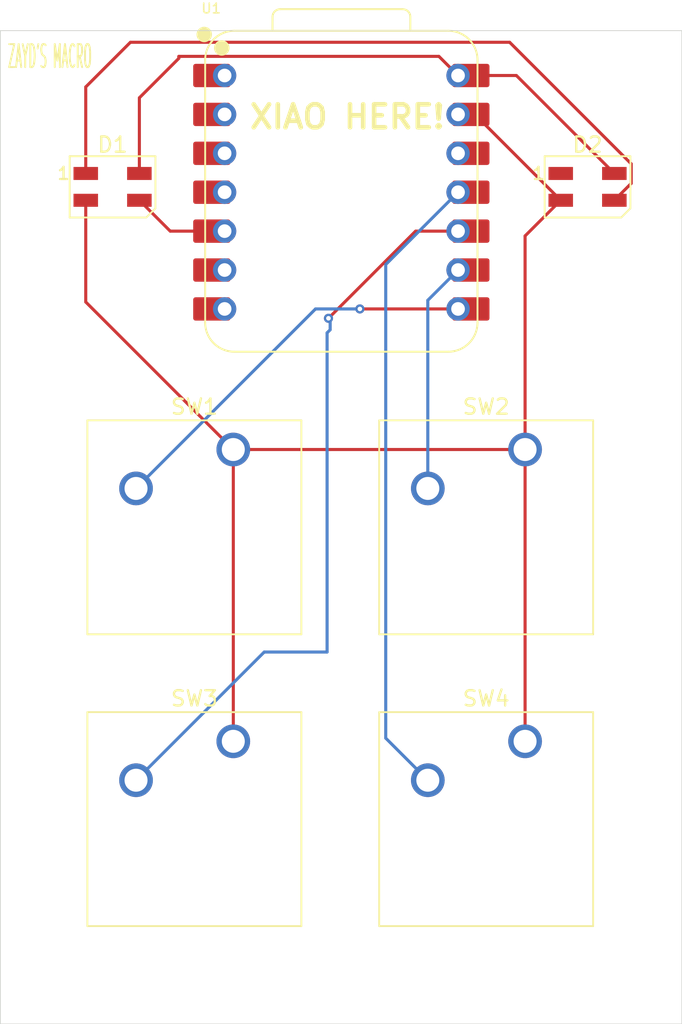
<source format=kicad_pcb>
(kicad_pcb (version 20241229) (generator "pcbnew") (generator_version "9.0")
  (title_block (title "Keyboard Macros") (date "2025-12-03"))
  (layers (0 "F.Cu" signal) (2 "B.Cu" signal) (13 "F.Paste" user) (15 "B.Paste" user) (5 "F.SilkS" user "F.Silkscreen") (7 "B.SilkS" user "B.Silkscreen") (1 "F.Mask" user) (3 "B.Mask" user) (25 "Edge.Cuts" user))
  (net 0 "")
  (net 1 "Net-(D1-DIN)")
  (net 2 "Net-(D1-DOUT)")
  (net 3 "+5V")
  (net 4 "GND")
  (net 6 "Net-(U1-GPIO1{slash}RX)")
  (net 7 "Net-(U1-GPIO2{slash}SCK)")
  (net 8 "Net-(U1-GPIO4{slash}MISO)")
  (net 9 "Net-(U1-GPIO3{slash}MOSI)")
  (footprint "LED_SMD:LED_SK6812MINI_PLCC4_3.5x3.5mm_P1.75mm" (layer "F.Cu") (at 139.914 89.6905)
    (property "Reference" "D1" (at 0 -2.75 0) (layer "F.SilkS"))
    (property "Value" "SK6812MINI")
    (fp_line (start -2.8 -2) (end -2.8 2) (stroke (width 0.12)) (layer "F.SilkS"))
    (fp_line (start -2.8 -2) (end 2.8 -2) (stroke (width 0.12)) (layer "F.SilkS"))
    (fp_line (start -2.8 2) (end 2.2 2) (stroke (width 0.12)) (layer "F.SilkS"))
    (fp_line (start 2.8 1.4) (end 2.2 2) (stroke (width 0.12)) (layer "F.SilkS"))
    (fp_line (start 2.8 1.4) (end 2.8 -2) (stroke (width 0.12)) (layer "F.SilkS"))
    (fp_text user "1" (at -3.2 -0.875 0) (layer "F.SilkS") (effects (font (size 0.8 0.8))))
    (pad "1" smd rect (at -1.75 -0.875) (size 1.6 0.85) (layers "F.Cu" "F.Mask" "F.Paste") (net 2 "Net-(D1-DOUT)"))
    (pad "2" smd rect (at -1.75 0.875) (size 1.6 0.85) (layers "F.Cu" "F.Mask" "F.Paste") (net 4 "GND"))
    (pad "3" smd rect (at 1.75 0.875) (size 1.6 0.85) (layers "F.Cu" "F.Mask" "F.Paste") (net 1 "Net-(D1-DIN)"))
    (pad "4" smd rect (at 1.75 -0.875) (size 1.6 0.85) (layers "F.Cu" "F.Mask" "F.Paste") (net 3 "+5V"))
  )
  (footprint "Button_Switch_Keyboard:SW_Cherry_MX_1.00u_PCB" (layer "F.Cu") (at 147.79625 106.83875)
    (property "Reference" "SW1" (at -2.54 -2.794 0) (layer "F.SilkS"))
    (property "Value" "SW_Push")
    (fp_line (start -9.525 -1.905) (end 4.445 -1.905) (stroke (width 0.12)) (layer "F.SilkS"))
    (fp_line (start -9.525 12.065) (end -9.525 -1.905) (stroke (width 0.12)) (layer "F.SilkS"))
    (fp_line (start 4.445 -1.905) (end 4.445 12.065) (stroke (width 0.12)) (layer "F.SilkS"))
    (fp_line (start 4.445 12.065) (end -9.525 12.065) (stroke (width 0.12)) (layer "F.SilkS"))
    (pad "" np_thru_hole circle (at -7.62 5.08) (size 1.7 1.7) (drill 1.7) (layers "*.Cu" "*.Mask"))
    (pad "" np_thru_hole circle (at -2.54 5.08) (size 4 4) (drill 4) (layers "*.Cu" "*.Mask"))
    (pad "" np_thru_hole circle (at 2.54 5.08) (size 1.7 1.7) (drill 1.7) (layers "*.Cu" "*.Mask"))
    (pad "1" thru_hole circle (at 0 0) (size 2.2 2.2) (drill 1.5) (layers "*.Cu" "*.Mask") (net 4 "GND"))
    (pad "2" thru_hole circle (at -6.35 2.54) (size 2.2 2.2) (drill 1.5) (layers "*.Cu" "*.Mask") (net 6 "Net-(U1-GPIO1{slash}RX)"))
  )
  (footprint "Button_Switch_Keyboard:SW_Cherry_MX_1.00u_PCB" (layer "F.Cu") (at 166.84625 125.88875)
    (property "Reference" "SW4" (at -2.54 -2.794 0) (layer "F.SilkS"))
    (property "Value" "SW_Push")
    (fp_line (start -9.525 -1.905) (end 4.445 -1.905) (stroke (width 0.12)) (layer "F.SilkS"))
    (fp_line (start -9.525 12.065) (end -9.525 -1.905) (stroke (width 0.12)) (layer "F.SilkS"))
    (fp_line (start 4.445 -1.905) (end 4.445 12.065) (stroke (width 0.12)) (layer "F.SilkS"))
    (fp_line (start 4.445 12.065) (end -9.525 12.065) (stroke (width 0.12)) (layer "F.SilkS"))
    (pad "" np_thru_hole circle (at -7.62 5.08) (size 1.7 1.7) (drill 1.7) (layers "*.Cu" "*.Mask"))
    (pad "" np_thru_hole circle (at -2.54 5.08) (size 4 4) (drill 4) (layers "*.Cu" "*.Mask"))
    (pad "" np_thru_hole circle (at 2.54 5.08) (size 1.7 1.7) (drill 1.7) (layers "*.Cu" "*.Mask"))
    (pad "1" thru_hole circle (at 0 0) (size 2.2 2.2) (drill 1.5) (layers "*.Cu" "*.Mask") (net 4 "GND"))
    (pad "2" thru_hole circle (at -6.35 2.54) (size 2.2 2.2) (drill 1.5) (layers "*.Cu" "*.Mask") (net 9 "Net-(U1-GPIO3{slash}MOSI)"))
  )
  (footprint "LED_SMD:LED_SK6812MINI_PLCC4_3.5x3.5mm_P1.75mm" (layer "F.Cu") (at 170.924 89.6905)
    (property "Reference" "D2" (at 0 -2.75 0) (layer "F.SilkS"))
    (property "Value" "SK6812MINI")
    (fp_line (start -2.8 -2) (end -2.8 2) (stroke (width 0.12)) (layer "F.SilkS"))
    (fp_line (start -2.8 -2) (end 2.8 -2) (stroke (width 0.12)) (layer "F.SilkS"))
    (fp_line (start -2.8 2) (end 2.2 2) (stroke (width 0.12)) (layer "F.SilkS"))
    (fp_line (start 2.8 1.4) (end 2.2 2) (stroke (width 0.12)) (layer "F.SilkS"))
    (fp_line (start 2.8 1.4) (end 2.8 -2) (stroke (width 0.12)) (layer "F.SilkS"))
    (fp_text user "1" (at -3.2 -0.875 0) (layer "F.SilkS") (effects (font (size 0.8 0.8))))
    (pad "1" smd rect (at -1.75 -0.875) (size 1.6 0.85) (layers "F.Cu" "F.Mask" "F.Paste"))
    (pad "2" smd rect (at -1.75 0.875) (size 1.6 0.85) (layers "F.Cu" "F.Mask" "F.Paste") (net 4 "GND"))
    (pad "3" smd rect (at 1.75 0.875) (size 1.6 0.85) (layers "F.Cu" "F.Mask" "F.Paste") (net 2 "Net-(D1-DOUT)"))
    (pad "4" smd rect (at 1.75 -0.875) (size 1.6 0.85) (layers "F.Cu" "F.Mask" "F.Paste") (net 3 "+5V"))
  )
  (footprint "OPL:XIAO-RP2040-DIP" (layer "F.Cu") (at 154.85 90.04)
    (property "Reference" "U1" (at -8.5 -12 0) (layer "F.SilkS") (effects (font (size 0.635 0.635) (thickness 0.1016))))
    (property "Value" "XIAO-RP2040-DIP")
    (fp_line (start -8.89 8.509) (end -8.89 -8.636) (stroke (width 0.127)) (layer "F.SilkS"))
    (fp_line (start -6.985 10.414) (end 6.985 10.414) (stroke (width 0.127)) (layer "F.SilkS"))
    (fp_line (start -4.495 -10.541) (end -4.491272 -11.451272) (stroke (width 0.127)) (layer "F.SilkS"))
    (fp_line (start -3.991272 -11.951) (end 4.004 -11.951) (stroke (width 0.127)) (layer "F.SilkS"))
    (fp_line (start 4.504 -11.451) (end 4.504 -10.541) (stroke (width 0.127)) (layer "F.SilkS"))
    (fp_line (start 6.985 -10.541) (end -6.985 -10.541) (stroke (width 0.1)) (layer "F.SilkS"))
    (fp_line (start 6.985 -10.541) (end -6.985 -10.541) (stroke (width 0.127)) (layer "F.SilkS"))
    (fp_line (start 8.89 8.509) (end 8.89 -8.636) (stroke (width 0.127)) (layer "F.SilkS"))
    (fp_arc (start -8.89 -8.636) (mid -8.332038 -9.983038) (end -6.985 -10.541) (stroke (width 0.127)) (layer "F.SilkS"))
    (fp_arc (start -6.985 10.414) (mid -8.332038 9.856038) (end -8.89 8.509) (stroke (width 0.127)) (layer "F.SilkS"))
    (fp_arc (start -4.491272 -11.451272) (mid -4.344728 -11.80464) (end -3.991272 -11.951) (stroke (width 0.127)) (layer "F.SilkS"))
    (fp_arc (start 4.004 -11.951) (mid 4.357553 -11.804553) (end 4.504 -11.451) (stroke (width 0.127)) (layer "F.SilkS"))
    (fp_arc (start 6.985 -10.541) (mid 8.332038 -9.983038) (end 8.89 -8.636) (stroke (width 0.127)) (layer "F.SilkS"))
    (fp_arc (start 8.89 8.509) (mid 8.332038 9.856038) (end 6.985 10.414) (stroke (width 0.127)) (layer "F.SilkS"))
    (fp_circle (center -8.95 -10.3) (end -8.95 -10.554) (stroke (width 0.5)) (fill yes) (layer "F.SilkS"))
    (fp_circle (center -7.807 -9.42) (end -7.807 -9.674) (stroke (width 0.5)) (fill yes) (layer "F.SilkS"))
    (pad "1" smd roundrect (at -8.455 -7.62 180) (size 2.432 1.524) (layers "F.Cu" "F.Mask") (roundrect_rratio 0.1))
    (pad "1" thru_hole circle (at -7.62 -7.62 180) (size 1.524 1.524) (drill 0.889) (layers "*.Cu" "*.Mask"))
    (pad "2" smd roundrect (at -8.455 -5.08 180) (size 2.432 1.524) (layers "F.Cu" "F.Mask") (roundrect_rratio 0.1))
    (pad "2" thru_hole circle (at -7.62 -5.08 180) (size 1.524 1.524) (drill 0.889) (layers "*.Cu" "*.Mask"))
    (pad "3" smd roundrect (at -8.455 -2.54 180) (size 2.432 1.524) (layers "F.Cu" "F.Mask") (roundrect_rratio 0.1))
    (pad "3" thru_hole circle (at -7.62 -2.54 180) (size 1.524 1.524) (drill 0.889) (layers "*.Cu" "*.Mask"))
    (pad "4" smd roundrect (at -8.455 0 180) (size 2.432 1.524) (layers "F.Cu" "F.Mask") (roundrect_rratio 0.1))
    (pad "4" thru_hole circle (at -7.62 0 180) (size 1.524 1.524) (drill 0.889) (layers "*.Cu" "*.Mask"))
    (pad "5" smd roundrect (at -8.455 2.54 180) (size 2.432 1.524) (layers "F.Cu" "F.Mask") (roundrect_rratio 0.1) (net 1 "Net-(D1-DIN)"))
    (pad "5" thru_hole circle (at -7.62 2.54 180) (size 1.524 1.524) (drill 0.889) (layers "*.Cu" "*.Mask") (net 1 "Net-(D1-DIN)"))
    (pad "6" smd roundrect (at -8.455 5.08 180) (size 2.432 1.524) (layers "F.Cu" "F.Mask") (roundrect_rratio 0.1))
    (pad "6" thru_hole circle (at -7.62 5.08 180) (size 1.524 1.524) (drill 0.889) (layers "*.Cu" "*.Mask"))
    (pad "7" smd roundrect (at -8.455 7.62 180) (size 2.432 1.524) (layers "F.Cu" "F.Mask") (roundrect_rratio 0.1))
    (pad "7" thru_hole circle (at -7.62 7.62 180) (size 1.524 1.524) (drill 0.889) (layers "*.Cu" "*.Mask"))
    (pad "8" thru_hole circle (at 7.62 7.62) (size 1.524 1.524) (drill 0.889) (layers "*.Cu" "*.Mask") (net 6 "Net-(U1-GPIO1{slash}RX)"))
    (pad "8" smd roundrect (at 8.455 7.62) (size 2.432 1.524) (layers "F.Cu" "F.Mask") (roundrect_rratio 0.1) (net 6 "Net-(U1-GPIO1{slash}RX)"))
    (pad "9" thru_hole circle (at 7.62 5.08) (size 1.524 1.524) (drill 0.889) (layers "*.Cu" "*.Mask") (net 7 "Net-(U1-GPIO2{slash}SCK)"))
    (pad "9" smd roundrect (at 8.455 5.08) (size 2.432 1.524) (layers "F.Cu" "F.Mask") (roundrect_rratio 0.1) (net 7 "Net-(U1-GPIO2{slash}SCK)"))
    (pad "10" thru_hole circle (at 7.62 2.54) (size 1.524 1.524) (drill 0.889) (layers "*.Cu" "*.Mask") (net 8 "Net-(U1-GPIO4{slash}MISO)"))
    (pad "10" smd roundrect (at 8.455 2.54) (size 2.432 1.524) (layers "F.Cu" "F.Mask") (roundrect_rratio 0.1) (net 8 "Net-(U1-GPIO4{slash}MISO)"))
    (pad "11" thru_hole circle (at 7.62 0) (size 1.524 1.524) (drill 0.889) (layers "*.Cu" "*.Mask") (net 9 "Net-(U1-GPIO3{slash}MOSI)"))
    (pad "11" smd roundrect (at 8.455 0) (size 2.432 1.524) (layers "F.Cu" "F.Mask") (roundrect_rratio 0.1) (net 9 "Net-(U1-GPIO3{slash}MOSI)"))
    (pad "12" thru_hole circle (at 7.62 -2.54) (size 1.524 1.524) (drill 0.889) (layers "*.Cu" "*.Mask"))
    (pad "12" smd roundrect (at 8.455 -2.54) (size 2.432 1.524) (layers "F.Cu" "F.Mask") (roundrect_rratio 0.1))
    (pad "13" thru_hole circle (at 7.62 -5.08) (size 1.524 1.524) (drill 0.889) (layers "*.Cu" "*.Mask") (net 4 "GND"))
    (pad "13" smd roundrect (at 8.455 -5.08) (size 2.432 1.524) (layers "F.Cu" "F.Mask") (roundrect_rratio 0.1) (net 4 "GND"))
    (pad "14" thru_hole circle (at 7.62 -7.62) (size 1.524 1.524) (drill 0.889) (layers "*.Cu" "*.Mask") (net 3 "+5V"))
    (pad "14" smd roundrect (at 8.455 -7.62) (size 2.432 1.524) (layers "F.Cu" "F.Mask") (roundrect_rratio 0.1) (net 3 "+5V"))
  )
  (footprint "Button_Switch_Keyboard:SW_Cherry_MX_1.00u_PCB" (layer "F.Cu") (at 147.79625 125.88875)
    (property "Reference" "SW3" (at -2.54 -2.794 0) (layer "F.SilkS"))
    (property "Value" "SW_Push")
    (fp_line (start -9.525 -1.905) (end 4.445 -1.905) (stroke (width 0.12)) (layer "F.SilkS"))
    (fp_line (start -9.525 12.065) (end -9.525 -1.905) (stroke (width 0.12)) (layer "F.SilkS"))
    (fp_line (start 4.445 -1.905) (end 4.445 12.065) (stroke (width 0.12)) (layer "F.SilkS"))
    (fp_line (start 4.445 12.065) (end -9.525 12.065) (stroke (width 0.12)) (layer "F.SilkS"))
    (pad "" np_thru_hole circle (at -7.62 5.08) (size 1.7 1.7) (drill 1.7) (layers "*.Cu" "*.Mask"))
    (pad "" np_thru_hole circle (at -2.54 5.08) (size 4 4) (drill 4) (layers "*.Cu" "*.Mask"))
    (pad "" np_thru_hole circle (at 2.54 5.08) (size 1.7 1.7) (drill 1.7) (layers "*.Cu" "*.Mask"))
    (pad "1" thru_hole circle (at 0 0) (size 2.2 2.2) (drill 1.5) (layers "*.Cu" "*.Mask") (net 4 "GND"))
    (pad "2" thru_hole circle (at -6.35 2.54) (size 2.2 2.2) (drill 1.5) (layers "*.Cu" "*.Mask") (net 8 "Net-(U1-GPIO4{slash}MISO)"))
  )
  (footprint "Button_Switch_Keyboard:SW_Cherry_MX_1.00u_PCB" (layer "F.Cu") (at 166.84625 106.83875)
    (property "Reference" "SW2" (at -2.54 -2.794 0) (layer "F.SilkS"))
    (property "Value" "SW_Push")
    (fp_line (start -9.525 -1.905) (end 4.445 -1.905) (stroke (width 0.12)) (layer "F.SilkS"))
    (fp_line (start -9.525 12.065) (end -9.525 -1.905) (stroke (width 0.12)) (layer "F.SilkS"))
    (fp_line (start 4.445 -1.905) (end 4.445 12.065) (stroke (width 0.12)) (layer "F.SilkS"))
    (fp_line (start 4.445 12.065) (end -9.525 12.065) (stroke (width 0.12)) (layer "F.SilkS"))
    (pad "" np_thru_hole circle (at -7.62 5.08) (size 1.7 1.7) (drill 1.7) (layers "*.Cu" "*.Mask"))
    (pad "" np_thru_hole circle (at -2.54 5.08) (size 4 4) (drill 4) (layers "*.Cu" "*.Mask"))
    (pad "" np_thru_hole circle (at 2.54 5.08) (size 1.7 1.7) (drill 1.7) (layers "*.Cu" "*.Mask"))
    (pad "1" thru_hole circle (at 0 0) (size 2.2 2.2) (drill 1.5) (layers "*.Cu" "*.Mask") (net 4 "GND"))
    (pad "2" thru_hole circle (at -6.35 2.54) (size 2.2 2.2) (drill 1.5) (layers "*.Cu" "*.Mask") (net 7 "Net-(U1-GPIO2{slash}SCK)"))
  )
  (gr_rect (start 132.59 79.49) (end 177.08 144.34) (stroke (width 0.05)) (fill no) (layer "Edge.Cuts"))
  (gr_text "XIAO HERE!" (at 148.72 86 0) (layer "F.SilkS") (effects (font (size 1.5 1.5) (thickness 0.3) (bold yes)) (justify left bottom)))
  (gr_text "ZAYD'S MACRO" (at 133.01 82.06 0) (layer "F.SilkS") (effects (font (size 1.5 0.5) (thickness 0.125) (bold yes)) (justify left bottom)))
  (segment (start 146.395 92.58) (end 143.6785 92.58) (width 0.2) (layer "F.Cu") (net 1))
  (segment (start 143.6785 92.58) (end 141.664 90.5655) (width 0.2) (layer "F.Cu") (net 1))
  (segment (start 172.674 90.5655) (end 173.775 89.4645) (width 0.2) (layer "F.Cu") (net 2))
  (segment (start 165.839 80.25) (end 141.08 80.25) (width 0.2) (layer "F.Cu") (net 2))
  (segment (start 141.08 80.25) (end 138.164 83.166) (width 0.2) (layer "F.Cu") (net 2))
  (segment (start 173.775 89.4645) (end 173.775 88.186) (width 0.2) (layer "F.Cu") (net 2))
  (segment (start 138.164 83.166) (end 138.164 88.8155) (width 0.2) (layer "F.Cu") (net 2))
  (segment (start 173.775 88.186) (end 165.839 80.25) (width 0.2) (layer "F.Cu") (net 2))
  (segment (start 161.22 81.17) (end 144.24 81.17) (width 0.2) (layer "F.Cu") (net 3))
  (segment (start 141.664 83.876) (end 141.664 88.8155) (width 0.2) (layer "F.Cu") (net 3))
  (segment (start 144.24 81.3) (end 141.664 83.876) (width 0.2) (layer "F.Cu") (net 3))
  (segment (start 166.2785 82.42) (end 163.305 82.42) (width 0.2) (layer "F.Cu") (net 3))
  (segment (start 144.24 81.17) (end 144.24 81.3) (width 0.2) (layer "F.Cu") (net 3))
  (segment (start 162.47 82.42) (end 161.22 81.17) (width 0.2) (layer "F.Cu") (net 3))
  (segment (start 172.674 88.8155) (end 166.2785 82.42) (width 0.2) (layer "F.Cu") (net 3))
  (segment (start 166.84625 106.83875) (end 166.84625 92.89325) (width 0.2) (layer "F.Cu") (net 4))
  (segment (start 166.84625 125.88875) (end 166.84625 106.83875) (width 0.2) (layer "F.Cu") (net 4))
  (segment (start 147.79625 106.83875) (end 147.79625 125.88875) (width 0.2) (layer "F.Cu") (net 4))
  (segment (start 138.164 97.2065) (end 147.79625 106.83875) (width 0.2) (layer "F.Cu") (net 4))
  (segment (start 138.164 90.5655) (end 138.164 97.2065) (width 0.2) (layer "F.Cu") (net 4))
  (segment (start 166.84625 92.89325) (end 169.174 90.5655) (width 0.2) (layer "F.Cu") (net 4))
  (segment (start 163.5685 84.96) (end 169.174 90.5655) (width 0.2) (layer "F.Cu") (net 4))
  (segment (start 162.47 84.96) (end 163.5685 84.96) (width 0.2) (layer "F.Cu") (net 4))
  (segment (start 147.79625 106.83875) (end 166.84625 106.83875) (width 0.2) (layer "F.Cu") (net 4))
  (segment (start 162.47 97.66) (end 156.06 97.66) (width 0.2) (layer "F.Cu") (net 6))
  (via (at 156.06 97.66) (size 0.6) (drill 0.3) (layers "F.Cu" "B.Cu") (net 6))
  (segment (start 153.165 97.66) (end 141.44625 109.37875) (width 0.2) (layer "B.Cu") (net 6))
  (segment (start 156.06 97.66) (end 153.165 97.66) (width 0.2) (layer "B.Cu") (net 6))
  (segment (start 160.49625 109.37875) (end 160.49625 97.09375) (width 0.2) (layer "B.Cu") (net 7))
  (segment (start 160.49625 97.09375) (end 162.47 95.12) (width 0.2) (layer "B.Cu") (net 7))
  (segment (start 154.01 98.27) (end 159.7 92.58) (width 0.2) (layer "F.Cu") (net 8))
  (segment (start 159.7 92.58) (end 162.47 92.58) (width 0.2) (layer "F.Cu") (net 8))
  (via (at 154.01 98.27) (size 0.6) (drill 0.3) (layers "F.Cu" "B.Cu") (net 8))
  (segment (start 153.92 120.06) (end 153.92 99.22) (width 0.2) (layer "B.Cu") (net 8))
  (segment (start 154.12 99.02) (end 154.12 98.38) (width 0.2) (layer "B.Cu") (net 8))
  (segment (start 141.44625 128.42875) (end 149.815 120.06) (width 0.2) (layer "B.Cu") (net 8))
  (segment (start 153.92 99.22) (end 154.12 99.02) (width 0.2) (layer "B.Cu") (net 8))
  (segment (start 154.12 98.38) (end 154.01 98.27) (width 0.2) (layer "B.Cu") (net 8))
  (segment (start 149.815 120.06) (end 153.92 120.06) (width 0.2) (layer "B.Cu") (net 8))
  (segment (start 162.47 90.04) (end 157.75 94.76) (width 0.2) (layer "B.Cu") (net 9))
  (segment (start 157.75 94.76) (end 157.75 125.6825) (width 0.2) (layer "B.Cu") (net 9))
  (segment (start 157.75 125.6825) (end 160.49625 128.42875) (width 0.2) (layer "B.Cu") (net 9))
)
</source>
